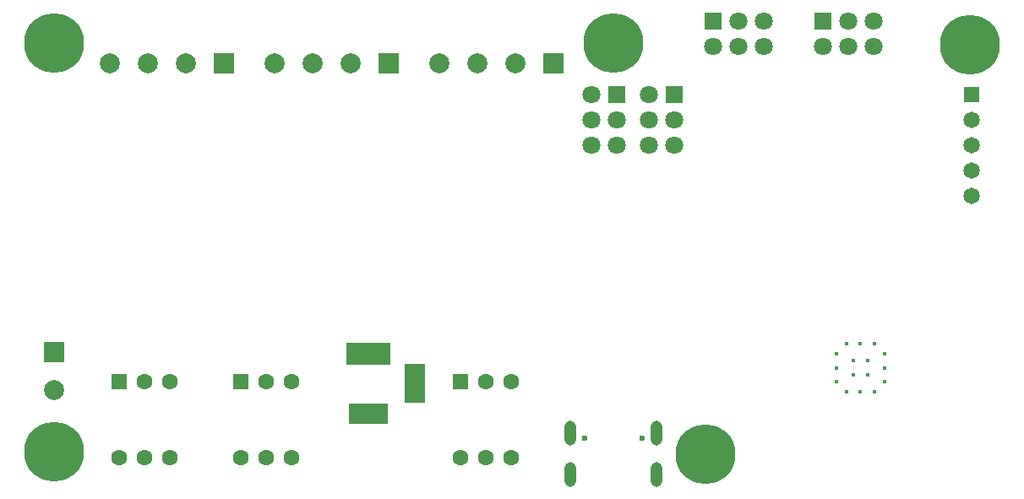
<source format=gbr>
%TF.GenerationSoftware,Altium Limited,Altium Designer,23.4.1 (23)*%
G04 Layer_Color=255*
%FSLAX26Y26*%
%MOIN*%
%TF.SameCoordinates,8DF2FEB3-C5FF-4098-BA07-91CCA4DB3BA0*%
%TF.FilePolarity,Positive*%
%TF.FileFunction,Pads,Bot*%
%TF.Part,Single*%
G01*
G75*
%TA.AperFunction,ComponentPad*%
%ADD36C,0.017716*%
%ADD37C,0.023622*%
%ADD38O,0.047244X0.098425*%
%ADD39C,0.070866*%
%ADD40R,0.070866X0.070866*%
%ADD41C,0.064961*%
%ADD42R,0.064961X0.064961*%
%ADD43C,0.078740*%
%ADD44R,0.078740X0.078740*%
%ADD45R,0.078740X0.078740*%
%ADD46C,0.236220*%
%ADD47R,0.173228X0.086614*%
%ADD48R,0.157480X0.078740*%
%ADD49R,0.078740X0.157480*%
%ADD50C,0.062992*%
%ADD51R,0.062992X0.062992*%
%ADD52R,0.070866X0.070866*%
D36*
X3432371Y490119D02*
D03*
Y435000D02*
D03*
X3393001Y395630D02*
D03*
X3391819Y584607D02*
D03*
X3432371Y545237D02*
D03*
X3365441Y517678D02*
D03*
X3310323D02*
D03*
X3336424Y585243D02*
D03*
X3282764Y584607D02*
D03*
X3243394Y545237D02*
D03*
Y490119D02*
D03*
Y435000D02*
D03*
X3282764Y395630D02*
D03*
X3337882D02*
D03*
X3310323Y462560D02*
D03*
X3365441D02*
D03*
D37*
X2249220Y213378D02*
D03*
X2476780D02*
D03*
D38*
X2192724Y232669D02*
D03*
X2533276D02*
D03*
Y68496D02*
D03*
X2192724D02*
D03*
D39*
X2504414Y1370000D02*
D03*
Y1470000D02*
D03*
Y1570000D02*
D03*
X2604414Y1370000D02*
D03*
Y1470000D02*
D03*
X2275000Y1370000D02*
D03*
Y1470000D02*
D03*
Y1570000D02*
D03*
X2375000Y1370000D02*
D03*
Y1470000D02*
D03*
X2755000Y1760000D02*
D03*
X2955000D02*
D03*
X2855000D02*
D03*
Y1860000D02*
D03*
X2955000D02*
D03*
X3190000Y1760000D02*
D03*
X3390000D02*
D03*
X3290000D02*
D03*
Y1860000D02*
D03*
X3390000D02*
D03*
D40*
X2604414Y1570000D02*
D03*
X2375000D02*
D03*
D41*
X3776999Y1168543D02*
D03*
Y1468543D02*
D03*
Y1368543D02*
D03*
Y1268543D02*
D03*
D42*
Y1568543D02*
D03*
D43*
X157481Y401370D02*
D03*
X1326378Y1692913D02*
D03*
X1176378D02*
D03*
X1026378D02*
D03*
X676772D02*
D03*
X526772D02*
D03*
X376772D02*
D03*
X1975984D02*
D03*
X1825984D02*
D03*
X1675984D02*
D03*
D44*
X157481Y551370D02*
D03*
D45*
X1476378Y1692913D02*
D03*
X826772D02*
D03*
X2125984D02*
D03*
D46*
X2727001Y150000D02*
D03*
X157481Y157481D02*
D03*
X3770001Y1767001D02*
D03*
X2362205Y1771654D02*
D03*
X157481D02*
D03*
D47*
X1395000Y546221D02*
D03*
D48*
Y310000D02*
D03*
D49*
X1580039Y428110D02*
D03*
D50*
X892286Y137000D02*
D03*
X992286Y437000D02*
D03*
Y137000D02*
D03*
X1092286D02*
D03*
Y437000D02*
D03*
X414000Y137000D02*
D03*
X514000Y437000D02*
D03*
Y137000D02*
D03*
X614000D02*
D03*
Y437000D02*
D03*
X1758166Y137000D02*
D03*
X1858166Y437000D02*
D03*
Y137000D02*
D03*
X1958166D02*
D03*
Y437000D02*
D03*
D51*
X892286D02*
D03*
X414000D02*
D03*
X1758166D02*
D03*
D52*
X2755000Y1860000D02*
D03*
X3190000D02*
D03*
%TF.MD5,a374387520981474082899f285ea29f1*%
M02*

</source>
